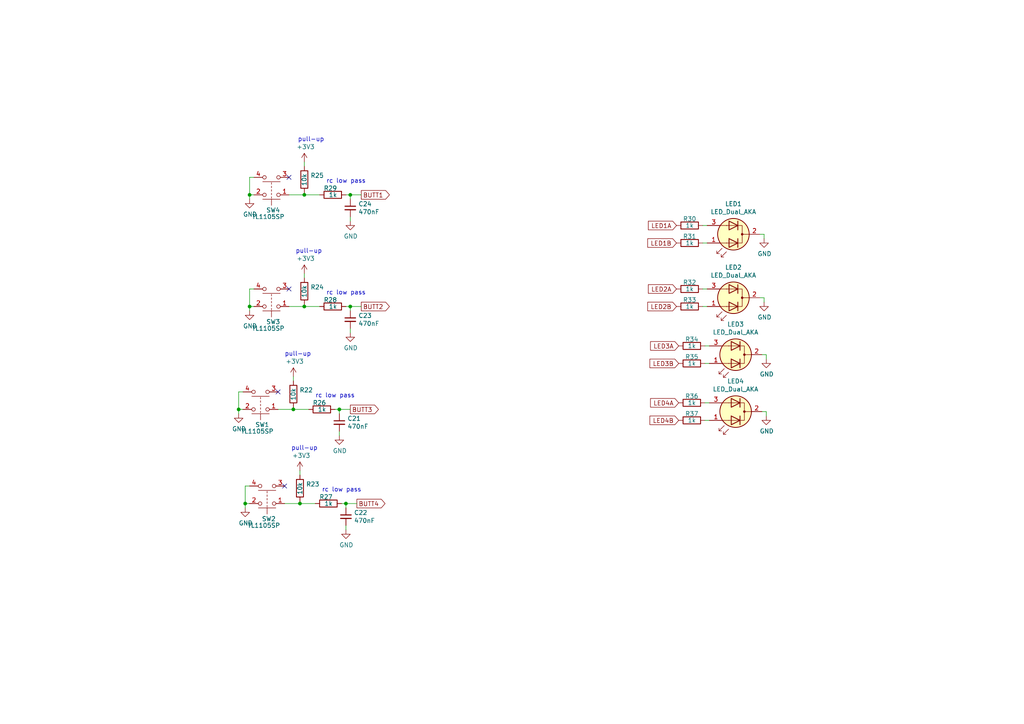
<source format=kicad_sch>
(kicad_sch (version 20211123) (generator eeschema)
  (paper "A4")
  (lib_symbols
    (symbol "Device:C_Small" (pin_numbers hide) (pin_names (offset 0.254) hide)
      (property "Reference" "C" (at 0.254 1.778 0))
      (property "Value" "C_Small" (at 0.254 -2.032 0))
      (symbol "C_Small_0_1"
        (polyline (pts (xy -1.524 -0.508) (xy 1.524 -0.508)) (stroke (width 0.3302)))
        (polyline (pts (xy -1.524 0.508) (xy 1.524 0.508)) (stroke (width 0.3048)))
      )
      (symbol "C_Small_1_1"
        (pin passive line (at 0 2.54 270) (length 2.032) (name "~") (number "1"))
        (pin passive line (at 0 -2.54 90) (length 2.032) (name "~") (number "2"))
      )
    )
    (symbol "Device:LED_Dual_AKA" (pin_names (offset 0) hide)
      (property "Reference" "D" (at 0 5.715 0))
      (property "Value" "LED_Dual_AKA" (at 0 -6.35 0))
      (symbol "LED_Dual_AKA_0_1"
        (circle (center -2.54 0) (radius 0.2794) (fill (type outline)))
        (polyline (pts (xy -4.572 0) (xy -2.54 0)))
        (polyline (pts (xy -1.27 -1.27) (xy -1.27 -3.81)) (stroke (width 0.254)))
        (polyline (pts (xy -1.27 1.27) (xy -1.27 3.81)) (stroke (width 0.254)))
        (polyline (pts (xy 3.81 -2.54) (xy 1.905 -2.54)))
        (polyline (pts (xy 3.81 2.54) (xy 1.905 2.54)))
        (polyline (pts (xy 1.27 -3.81) (xy 1.27 -1.27) (xy -1.27 -2.54) (xy 1.27 -3.81)) (stroke (width 0.254)))
        (polyline (pts (xy 1.27 1.27) (xy 1.27 3.81) (xy -1.27 2.54) (xy 1.27 1.27)) (stroke (width 0.254)))
        (polyline (pts (xy 2.032 2.54) (xy -2.54 2.54) (xy -2.54 -2.54) (xy 2.032 -2.54)))
        (polyline (pts (xy 2.032 5.08) (xy 3.556 6.604) (xy 2.794 6.604) (xy 3.556 6.604) (xy 3.556 5.842)))
        (polyline (pts (xy 3.302 4.064) (xy 4.826 5.588) (xy 4.064 5.588) (xy 4.826 5.588) (xy 4.826 4.826)))
        (circle (center 0 0) (radius 4.572) (stroke (width 0.254)) (fill (type background)))
      )
      (symbol "LED_Dual_AKA_1_1"
        (pin input line (at 7.62 2.54 180) (length 3.81) (name "A1") (number "1"))
        (pin input line (at -7.62 0 0) (length 3.048) (name "K") (number "2"))
        (pin input line (at 7.62 -2.54 180) (length 3.81) (name "A2") (number "3"))
      )
    )
    (symbol "Device:R" (pin_numbers hide) (pin_names (offset 0))
      (property "Reference" "R" (at 2.032 0 90))
      (property "Value" "R" (at 0 0 90))
      (symbol "R_0_1"
        (rectangle (start -1.016 -2.54) (end 1.016 2.54) (stroke (width 0.254)))
      )
      (symbol "R_1_1"
        (pin passive line (at 0 3.81 270) (length 1.27) (name "~") (number "1"))
        (pin passive line (at 0 -3.81 90) (length 1.27) (name "~") (number "2"))
      )
    )
    (symbol "Switch:SW_Push_Dual" (pin_names (offset 1.016) hide)
      (property "Reference" "SW" (at 1.27 2.54 0))
      (property "Value" "SW_Push_Dual" (at 0 -6.858 0))
      (symbol "SW_Push_Dual_0_1"
        (circle (center -2.032 -5.08) (radius 0.508))
        (circle (center -2.032 0) (radius 0.508))
        (polyline (pts (xy 0 -3.048) (xy 0 -3.556)))
        (polyline (pts (xy 0 -2.032) (xy 0 -2.54)))
        (polyline (pts (xy 0 -1.524) (xy 0 -1.016)))
        (polyline (pts (xy 0 -0.508) (xy 0 0)))
        (polyline (pts (xy 0 0.508) (xy 0 1.016)))
        (polyline (pts (xy 0 1.27) (xy 0 3.048)))
        (polyline (pts (xy 2.54 -3.81) (xy -2.54 -3.81)))
        (polyline (pts (xy 2.54 1.27) (xy -2.54 1.27)))
        (circle (center 2.032 -5.08) (radius 0.508))
        (circle (center 2.032 0) (radius 0.508))
        (pin passive line (at -5.08 0 0) (length 2.54) (name "1") (number "1"))
        (pin passive line (at 5.08 0 180) (length 2.54) (name "2") (number "2"))
        (pin passive line (at -5.08 -5.08 0) (length 2.54) (name "3") (number "3"))
        (pin passive line (at 5.08 -5.08 180) (length 2.54) (name "4") (number "4"))
      )
    )
    (symbol "power:+3.3V" (power) (pin_names (offset 0))
      (property "Value" "+3.3V" (at 0 3.556 0))
      (symbol "+3.3V_0_1"
        (polyline (pts (xy -0.762 1.27) (xy 0 2.54)))
        (polyline (pts (xy 0 0) (xy 0 2.54)))
        (polyline (pts (xy 0 2.54) (xy 0.762 1.27)))
      )
      (symbol "+3.3V_1_1"
        (pin power_in line (at 0 0 90) (length 0) hide (name "+3V3") (number "1"))
      )
    )
    (symbol "power:GND" (power) (pin_names (offset 0))
      (property "Value" "GND" (at 0 -3.81 0))
      (symbol "GND_0_1"
        (polyline (pts (xy 0 0) (xy 0 -1.27) (xy 1.27 -1.27) (xy 0 -2.54) (xy -1.27 -1.27) (xy 0 -1.27)))
      )
      (symbol "GND_1_1"
        (pin power_in line (at 0 0 270) (length 0) hide (name "GND") (number "1"))
      )
    )
  )
  (junction (at 88.265 56.515))
  (junction (at 100.33 146.05))
  (junction (at 72.39 56.515))
  (junction (at 72.39 88.9))
  (junction (at 101.6 56.515))
  (junction (at 101.6 88.9))
  (junction (at 88.265 88.9))
  (junction (at 98.425 118.745))
  (junction (at 86.995 146.05))
  (junction (at 69.215 118.745))
  (junction (at 71.12 146.05))
  (junction (at 85.09 118.745))
  (no_connect (at 83.82 83.82))
  (no_connect (at 82.55 140.97))
  (no_connect (at 83.82 51.435))
  (no_connect (at 80.645 113.665))
  (wire (pts (xy 80.645 118.745) (xy 85.09 118.745)))
  (wire (pts (xy 69.215 118.745) (xy 70.485 118.745)))
  (wire (pts (xy 71.12 140.97) (xy 72.39 140.97)))
  (wire (pts (xy 221.615 86.36) (xy 220.345 86.36)))
  (wire (pts (xy 88.265 88.9) (xy 88.265 88.265)))
  (wire (pts (xy 100.33 146.05) (xy 99.06 146.05)))
  (wire (pts (xy 88.265 56.515) (xy 92.71 56.515)))
  (wire (pts (xy 86.995 146.05) (xy 91.44 146.05)))
  (wire (pts (xy 101.6 57.785) (xy 101.6 56.515)))
  (wire (pts (xy 203.835 65.405) (xy 205.105 65.405)))
  (wire (pts (xy 204.47 116.84) (xy 205.74 116.84)))
  (wire (pts (xy 86.995 146.05) (xy 86.995 145.415)))
  (wire (pts (xy 69.215 118.745) (xy 69.215 113.665)))
  (wire (pts (xy 221.615 69.215) (xy 221.615 67.945)))
  (wire (pts (xy 71.12 147.32) (xy 71.12 146.05)))
  (wire (pts (xy 204.47 100.33) (xy 205.74 100.33)))
  (wire (pts (xy 85.09 109.22) (xy 85.09 110.49)))
  (wire (pts (xy 82.55 146.05) (xy 86.995 146.05)))
  (wire (pts (xy 72.39 57.785) (xy 72.39 56.515)))
  (wire (pts (xy 83.82 88.9) (xy 88.265 88.9)))
  (wire (pts (xy 101.6 88.9) (xy 100.33 88.9)))
  (wire (pts (xy 205.74 105.41) (xy 204.47 105.41)))
  (wire (pts (xy 101.6 62.865) (xy 101.6 64.135)))
  (wire (pts (xy 72.39 56.515) (xy 73.66 56.515)))
  (wire (pts (xy 100.33 152.4) (xy 100.33 153.67)))
  (wire (pts (xy 104.775 88.9) (xy 101.6 88.9)))
  (wire (pts (xy 103.505 146.05) (xy 100.33 146.05)))
  (wire (pts (xy 71.12 146.05) (xy 72.39 146.05)))
  (wire (pts (xy 98.425 120.015) (xy 98.425 118.745)))
  (wire (pts (xy 86.995 136.525) (xy 86.995 137.795)))
  (wire (pts (xy 72.39 51.435) (xy 73.66 51.435)))
  (wire (pts (xy 221.615 67.945) (xy 220.345 67.945)))
  (wire (pts (xy 101.6 56.515) (xy 100.33 56.515)))
  (wire (pts (xy 71.12 146.05) (xy 71.12 140.97)))
  (wire (pts (xy 69.215 120.015) (xy 69.215 118.745)))
  (wire (pts (xy 98.425 125.095) (xy 98.425 126.365)))
  (wire (pts (xy 222.25 102.87) (xy 220.98 102.87)))
  (wire (pts (xy 101.6 90.17) (xy 101.6 88.9)))
  (wire (pts (xy 101.6 95.25) (xy 101.6 96.52)))
  (wire (pts (xy 205.105 88.9) (xy 203.835 88.9)))
  (wire (pts (xy 69.215 113.665) (xy 70.485 113.665)))
  (wire (pts (xy 205.105 70.485) (xy 203.835 70.485)))
  (wire (pts (xy 72.39 83.82) (xy 73.66 83.82)))
  (wire (pts (xy 83.82 56.515) (xy 88.265 56.515)))
  (wire (pts (xy 88.265 79.375) (xy 88.265 80.645)))
  (wire (pts (xy 88.265 88.9) (xy 92.71 88.9)))
  (wire (pts (xy 72.39 88.9) (xy 73.66 88.9)))
  (wire (pts (xy 222.25 120.65) (xy 222.25 119.38)))
  (wire (pts (xy 205.74 121.92) (xy 204.47 121.92)))
  (wire (pts (xy 203.835 83.82) (xy 205.105 83.82)))
  (wire (pts (xy 101.6 118.745) (xy 98.425 118.745)))
  (wire (pts (xy 100.33 147.32) (xy 100.33 146.05)))
  (wire (pts (xy 104.775 56.515) (xy 101.6 56.515)))
  (wire (pts (xy 88.265 56.515) (xy 88.265 55.88)))
  (wire (pts (xy 98.425 118.745) (xy 97.155 118.745)))
  (wire (pts (xy 222.25 119.38) (xy 220.98 119.38)))
  (wire (pts (xy 85.09 118.745) (xy 89.535 118.745)))
  (wire (pts (xy 72.39 56.515) (xy 72.39 51.435)))
  (wire (pts (xy 88.265 46.99) (xy 88.265 48.26)))
  (wire (pts (xy 72.39 88.9) (xy 72.39 83.82)))
  (wire (pts (xy 222.25 104.14) (xy 222.25 102.87)))
  (wire (pts (xy 72.39 90.17) (xy 72.39 88.9)))
  (wire (pts (xy 85.09 118.745) (xy 85.09 118.11)))
  (wire (pts (xy 221.615 87.63) (xy 221.615 86.36)))
  (text "pull-up" (at 85.725 73.66 0) (effects (font (size 1.27 1.27)) (justify left bottom)))
  (text "rc low pass" (at 94.615 85.725 0) (effects (font (size 1.27 1.27)) (justify left bottom)))
  (text "pull-up" (at 84.455 130.81 0) (effects (font (size 1.27 1.27)) (justify left bottom)))
  (text "pull-up" (at 86.36 41.275 0) (effects (font (size 1.27 1.27)) (justify left bottom)))
  (text "rc low pass" (at 91.44 115.57 0) (effects (font (size 1.27 1.27)) (justify left bottom)))
  (text "rc low pass" (at 94.615 53.34 0) (effects (font (size 1.27 1.27)) (justify left bottom)))
  (text "rc low pass" (at 93.345 142.875 0) (effects (font (size 1.27 1.27)) (justify left bottom)))
  (text "pull-up" (at 82.55 103.505 0) (effects (font (size 1.27 1.27)) (justify left bottom)))
  (global_label "LED4A" (shape input) (at 196.85 116.84 180) (property "Intersheet References" "${INTERSHEET_REFS}" (effects hide)))
  (global_label "LED2B" (shape input) (at 196.215 88.9 180) (property "Intersheet References" "${INTERSHEET_REFS}" (effects hide)))
  (global_label "LED1B" (shape input) (at 196.215 70.485 180) (property "Intersheet References" "${INTERSHEET_REFS}" (effects hide)))
  (global_label "LED3A" (shape input) (at 196.85 100.33 180) (property "Intersheet References" "${INTERSHEET_REFS}" (effects hide)))
  (global_label "BUTT2" (shape output) (at 104.775 88.9 0) (property "Intersheet References" "${INTERSHEET_REFS}" (effects hide)))
  (global_label "BUTT1" (shape output) (at 104.775 56.515 0) (property "Intersheet References" "${INTERSHEET_REFS}" (effects hide)))
  (global_label "LED1A" (shape input) (at 196.215 65.405 180) (property "Intersheet References" "${INTERSHEET_REFS}" (effects hide)))
  (global_label "LED3B" (shape input) (at 196.85 105.41 180) (property "Intersheet References" "${INTERSHEET_REFS}" (effects hide)))
  (global_label "BUTT4" (shape output) (at 103.505 146.05 0) (property "Intersheet References" "${INTERSHEET_REFS}" (effects hide)))
  (global_label "BUTT3" (shape output) (at 101.6 118.745 0) (property "Intersheet References" "${INTERSHEET_REFS}" (effects hide)))
  (global_label "LED2A" (shape input) (at 196.215 83.82 180) (property "Intersheet References" "${INTERSHEET_REFS}" (effects hide)))
  (global_label "LED4B" (shape input) (at 196.85 121.92 180) (property "Intersheet References" "${INTERSHEET_REFS}" (effects hide)))
  (symbol (lib_id "Device:LED_Dual_AKA") (at 212.725 67.945 180) (unit 1)
    (property "Reference" "LED1" (at 212.725 59.1312 0))
    (property "Value" "LED_Dual_AKA" (at 212.725 61.4426 0))
    (property "Footprint" "LED_THT:LED_D3.0mm-3" (effects hide))
    (property "LCSC" "-" (effects hide))
  )
  (symbol (lib_id "Device:R") (at 200.025 65.405 270) (unit 1)
    (property "Reference" "R30" (at 200.025 63.5 90))
    (property "Value" "1k" (at 200.025 65.405 90))
    (property "Footprint" "Resistor_SMD:R_0603_1608Metric" (effects hide))
    (property "LCSC" "C23179" (effects hide))
  )
  (symbol (lib_id "Device:R") (at 200.025 70.485 270) (unit 1)
    (property "Reference" "R31" (at 200.025 68.58 90))
    (property "Value" "1k" (at 200.025 70.485 90))
    (property "Footprint" "Resistor_SMD:R_0603_1608Metric" (effects hide))
    (property "LCSC" "C23179" (effects hide))
  )
  (symbol (lib_id "power:GND") (at 221.615 69.215 0) (unit 1)
    (property "Reference" "#PWR056" (effects hide))
    (property "Value" "GND" (at 221.742 73.6092 0))
  )
  (symbol (lib_id "Device:LED_Dual_AKA") (at 212.725 86.36 180) (unit 1)
    (property "Reference" "LED2" (at 212.725 77.5462 0))
    (property "Value" "LED_Dual_AKA" (at 212.725 79.8576 0))
    (property "Footprint" "LED_THT:LED_D3.0mm-3" (effects hide))
    (property "LCSC" "-" (effects hide))
  )
  (symbol (lib_id "Device:R") (at 200.025 83.82 270) (unit 1)
    (property "Reference" "R32" (at 200.025 81.915 90))
    (property "Value" "1k" (at 200.025 83.82 90))
    (property "Footprint" "Resistor_SMD:R_0603_1608Metric" (effects hide))
    (property "LCSC" "C23179" (effects hide))
  )
  (symbol (lib_id "Device:R") (at 200.025 88.9 270) (unit 1)
    (property "Reference" "R33" (at 200.025 86.995 90))
    (property "Value" "1k" (at 200.025 88.9 90))
    (property "Footprint" "Resistor_SMD:R_0603_1608Metric" (effects hide))
    (property "LCSC" "C23179" (effects hide))
  )
  (symbol (lib_id "power:GND") (at 221.615 87.63 0) (unit 1)
    (property "Reference" "#PWR057" (effects hide))
    (property "Value" "GND" (at 221.742 92.0242 0))
  )
  (symbol (lib_id "Device:LED_Dual_AKA") (at 213.36 102.87 180) (unit 1)
    (property "Reference" "LED3" (at 213.36 94.0562 0))
    (property "Value" "LED_Dual_AKA" (at 213.36 96.3676 0))
    (property "Footprint" "LED_THT:LED_D3.0mm-3" (effects hide))
    (property "LCSC" "-" (effects hide))
  )
  (symbol (lib_id "Device:R") (at 200.66 100.33 270) (unit 1)
    (property "Reference" "R34" (at 200.66 98.425 90))
    (property "Value" "1k" (at 200.66 100.33 90))
    (property "Footprint" "Resistor_SMD:R_0603_1608Metric" (effects hide))
    (property "LCSC" "C23179" (effects hide))
  )
  (symbol (lib_id "Device:R") (at 200.66 105.41 270) (unit 1)
    (property "Reference" "R35" (at 200.66 103.505 90))
    (property "Value" "1k" (at 200.66 105.41 90))
    (property "Footprint" "Resistor_SMD:R_0603_1608Metric" (effects hide))
    (property "LCSC" "C23179" (effects hide))
  )
  (symbol (lib_id "power:GND") (at 222.25 104.14 0) (unit 1)
    (property "Reference" "#PWR058" (effects hide))
    (property "Value" "GND" (at 222.377 108.5342 0))
  )
  (symbol (lib_id "Device:LED_Dual_AKA") (at 213.36 119.38 180) (unit 1)
    (property "Reference" "LED4" (at 213.36 110.5662 0))
    (property "Value" "LED_Dual_AKA" (at 213.36 112.8776 0))
    (property "Footprint" "LED_THT:LED_D3.0mm-3" (effects hide))
    (property "LCSC" "-" (effects hide))
  )
  (symbol (lib_id "Device:R") (at 200.66 116.84 270) (unit 1)
    (property "Reference" "R36" (at 200.66 114.935 90))
    (property "Value" "1k" (at 200.66 116.84 90))
    (property "Footprint" "Resistor_SMD:R_0603_1608Metric" (effects hide))
    (property "LCSC" "C23179" (effects hide))
  )
  (symbol (lib_id "Device:R") (at 200.66 121.92 270) (unit 1)
    (property "Reference" "R37" (at 200.66 120.015 90))
    (property "Value" "1k" (at 200.66 121.92 90))
    (property "Footprint" "Resistor_SMD:R_0603_1608Metric" (effects hide))
    (property "LCSC" "C23179" (effects hide))
  )
  (symbol (lib_id "power:GND") (at 222.25 120.65 0) (unit 1)
    (property "Reference" "#PWR059" (effects hide))
    (property "Value" "GND" (at 222.377 125.0442 0))
  )
  (symbol (lib_id "Switch:SW_Push_Dual") (at 77.47 146.05 180) (unit 1)
    (property "Reference" "SW2" (at 80.01 150.495 0) (effects (justify left)))
    (property "Value" "TL1105SP" (at 81.28 152.4 0) (effects (justify left)))
    (property "Footprint" "foots:SW_PUSH_6mm_H13mm_nc" (effects hide))
    (property "LCSC" "C273530" (effects hide))
  )
  (symbol (lib_id "Device:R") (at 86.995 141.605 0) (unit 1)
    (property "Reference" "R23" (at 88.773 140.4366 0) (effects (justify left)))
    (property "Value" "10k" (at 86.995 143.51 90) (effects (justify left)))
    (property "Footprint" "Resistor_SMD:R_0603_1608Metric" (effects hide))
    (property "LCSC" "C25804" (effects hide))
  )
  (symbol (lib_id "power:GND") (at 71.12 147.32 0) (unit 1)
    (property "Reference" "#PWR045" (effects hide))
    (property "Value" "GND" (at 71.247 151.7142 0))
  )
  (symbol (lib_id "Device:R") (at 95.25 146.05 90) (unit 1)
    (property "Reference" "R27" (at 96.52 144.145 90) (effects (justify left)))
    (property "Value" "1k" (at 96.52 146.05 90) (effects (justify left)))
    (property "Footprint" "Resistor_SMD:R_0603_1608Metric" (effects hide))
    (property "LCSC" "C21190" (effects hide))
  )
  (symbol (lib_id "Device:C_Small") (at 100.33 149.86 0) (unit 1)
    (property "Reference" "C22" (at 102.6668 148.6916 0) (effects (justify left)))
    (property "Value" "470nF" (at 102.6668 151.003 0) (effects (justify left)))
    (property "Footprint" "Capacitor_SMD:C_0603_1608Metric" (effects hide))
    (property "LCSC" "C1623" (effects hide))
  )
  (symbol (lib_id "power:GND") (at 100.33 153.67 0) (unit 1)
    (property "Reference" "#PWR053" (effects hide))
    (property "Value" "GND" (at 100.457 158.0642 0))
  )
  (symbol (lib_id "Switch:SW_Push_Dual") (at 78.74 88.9 180) (unit 1)
    (property "Reference" "SW3" (at 81.28 93.345 0) (effects (justify left)))
    (property "Value" "TL1105SP" (at 82.55 95.25 0) (effects (justify left)))
    (property "Footprint" "foots:SW_PUSH_6mm_H13mm_nc" (effects hide))
    (property "LCSC" "C273530" (effects hide))
  )
  (symbol (lib_id "Device:R") (at 88.265 84.455 0) (unit 1)
    (property "Reference" "R24" (at 90.043 83.2866 0) (effects (justify left)))
    (property "Value" "10k" (at 88.265 86.36 90) (effects (justify left)))
    (property "Footprint" "Resistor_SMD:R_0603_1608Metric" (effects hide))
    (property "LCSC" "C25804" (effects hide))
  )
  (symbol (lib_id "power:GND") (at 72.39 90.17 0) (unit 1)
    (property "Reference" "#PWR046" (effects hide))
    (property "Value" "GND" (at 72.517 94.5642 0))
  )
  (symbol (lib_id "Device:R") (at 96.52 88.9 90) (unit 1)
    (property "Reference" "R28" (at 97.79 86.995 90) (effects (justify left)))
    (property "Value" "1k" (at 97.79 88.9 90) (effects (justify left)))
    (property "Footprint" "Resistor_SMD:R_0603_1608Metric" (effects hide))
    (property "LCSC" "C21190" (effects hide))
  )
  (symbol (lib_id "Device:C_Small") (at 101.6 92.71 0) (unit 1)
    (property "Reference" "C23" (at 103.9368 91.5416 0) (effects (justify left)))
    (property "Value" "470nF" (at 103.9368 93.853 0) (effects (justify left)))
    (property "Footprint" "Capacitor_SMD:C_0603_1608Metric" (effects hide))
    (property "LCSC" "C1623" (effects hide))
  )
  (symbol (lib_id "power:GND") (at 101.6 96.52 0) (unit 1)
    (property "Reference" "#PWR054" (effects hide))
    (property "Value" "GND" (at 101.727 100.9142 0))
  )
  (symbol (lib_id "Switch:SW_Push_Dual") (at 75.565 118.745 180) (unit 1)
    (property "Reference" "SW1" (at 78.105 123.19 0) (effects (justify left)))
    (property "Value" "TL1105SP" (at 79.375 125.095 0) (effects (justify left)))
    (property "Footprint" "foots:SW_PUSH_6mm_H13mm_nc" (effects hide))
    (property "LCSC" "C273530" (effects hide))
  )
  (symbol (lib_id "Device:R") (at 85.09 114.3 0) (unit 1)
    (property "Reference" "R22" (at 86.868 113.1316 0) (effects (justify left)))
    (property "Value" "10k" (at 85.09 116.205 90) (effects (justify left)))
    (property "Footprint" "Resistor_SMD:R_0603_1608Metric" (effects hide))
    (property "LCSC" "C25804" (effects hide))
  )
  (symbol (lib_id "power:GND") (at 69.215 120.015 0) (unit 1)
    (property "Reference" "#PWR044" (effects hide))
    (property "Value" "GND" (at 69.342 124.4092 0))
  )
  (symbol (lib_id "Device:R") (at 93.345 118.745 90) (unit 1)
    (property "Reference" "R26" (at 94.615 116.84 90) (effects (justify left)))
    (property "Value" "1k" (at 94.615 118.745 90) (effects (justify left)))
    (property "Footprint" "Resistor_SMD:R_0603_1608Metric" (effects hide))
    (property "LCSC" "C21190" (effects hide))
  )
  (symbol (lib_id "Device:C_Small") (at 98.425 122.555 0) (unit 1)
    (property "Reference" "C21" (at 100.7618 121.3866 0) (effects (justify left)))
    (property "Value" "470nF" (at 100.7618 123.698 0) (effects (justify left)))
    (property "Footprint" "Capacitor_SMD:C_0603_1608Metric" (effects hide))
    (property "LCSC" "C1623" (effects hide))
  )
  (symbol (lib_id "power:GND") (at 98.425 126.365 0) (unit 1)
    (property "Reference" "#PWR052" (effects hide))
    (property "Value" "GND" (at 98.552 130.7592 0))
  )
  (symbol (lib_id "Switch:SW_Push_Dual") (at 78.74 56.515 180) (unit 1)
    (property "Reference" "SW4" (at 81.28 60.96 0) (effects (justify left)))
    (property "Value" "TL1105SP" (at 82.55 62.865 0) (effects (justify left)))
    (property "Footprint" "foots:SW_PUSH_6mm_H13mm_nc" (effects hide))
    (property "LCSC" "C273530" (effects hide))
  )
  (symbol (lib_id "Device:R") (at 88.265 52.07 0) (unit 1)
    (property "Reference" "R25" (at 90.043 50.9016 0) (effects (justify left)))
    (property "Value" "10k" (at 88.265 53.975 90) (effects (justify left)))
    (property "Footprint" "Resistor_SMD:R_0603_1608Metric" (effects hide))
    (property "LCSC" "C25804" (effects hide))
  )
  (symbol (lib_id "power:GND") (at 72.39 57.785 0) (unit 1)
    (property "Reference" "#PWR047" (effects hide))
    (property "Value" "GND" (at 72.517 62.1792 0))
  )
  (symbol (lib_id "Device:R") (at 96.52 56.515 90) (unit 1)
    (property "Reference" "R29" (at 97.79 54.61 90) (effects (justify left)))
    (property "Value" "1k" (at 97.79 56.515 90) (effects (justify left)))
    (property "Footprint" "Resistor_SMD:R_0603_1608Metric" (effects hide))
    (property "LCSC" "C21190" (effects hide))
  )
  (symbol (lib_id "Device:C_Small") (at 101.6 60.325 0) (unit 1)
    (property "Reference" "C24" (at 103.9368 59.1566 0) (effects (justify left)))
    (property "Value" "470nF" (at 103.9368 61.468 0) (effects (justify left)))
    (property "Footprint" "Capacitor_SMD:C_0603_1608Metric" (effects hide))
    (property "LCSC" "C1623" (effects hide))
  )
  (symbol (lib_id "power:GND") (at 101.6 64.135 0) (unit 1)
    (property "Reference" "#PWR055" (effects hide))
    (property "Value" "GND" (at 101.727 68.5292 0))
  )
  (symbol (lib_id "power:+3.3V") (at 88.265 46.99 0) (unit 1)
    (property "Reference" "#PWR051" (effects hide))
    (property "Value" "+3.3V" (at 88.646 42.5958 0))
  )
  (symbol (lib_id "power:+3.3V") (at 88.265 79.375 0) (unit 1)
    (property "Reference" "#PWR050" (effects hide))
    (property "Value" "+3.3V" (at 88.646 74.9808 0))
  )
  (symbol (lib_id "power:+3.3V") (at 85.09 109.22 0) (unit 1)
    (property "Reference" "#PWR048" (effects hide))
    (property "Value" "+3.3V" (at 85.471 104.8258 0))
  )
  (symbol (lib_id "power:+3.3V") (at 86.995 136.525 0) (unit 1)
    (property "Reference" "#PWR049" (effects hide))
    (property "Value" "+3.3V" (at 87.376 132.1308 0))
  )
)
</source>
